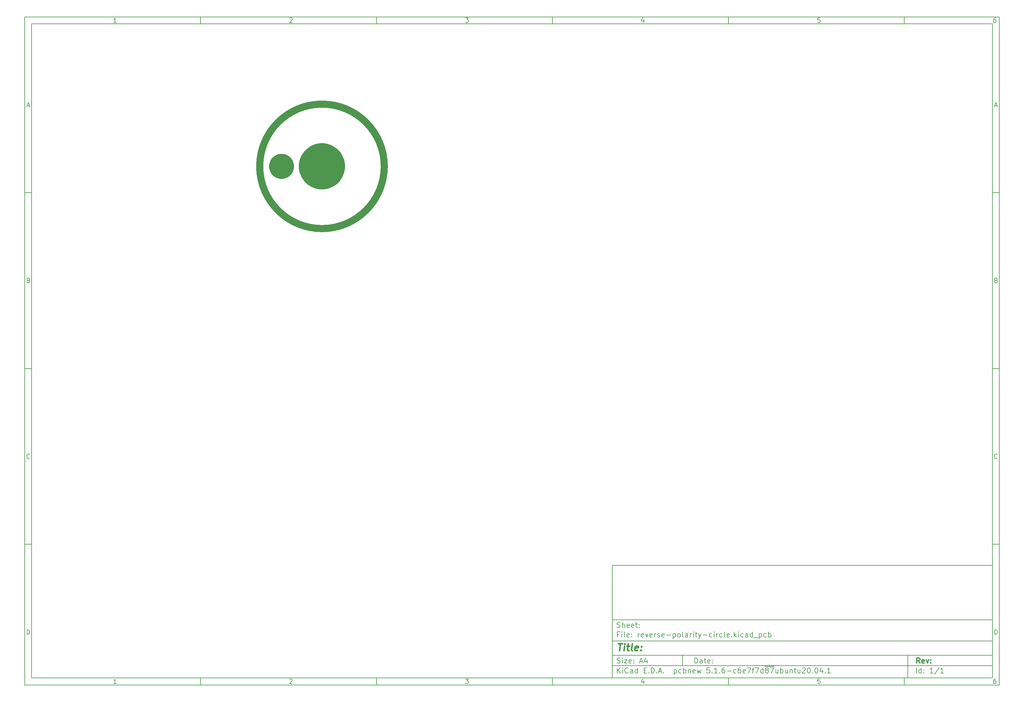
<source format=gbr>
G04 #@! TF.GenerationSoftware,KiCad,Pcbnew,5.1.6-c6e7f7d~87~ubuntu20.04.1*
G04 #@! TF.CreationDate,2020-08-14T09:14:16+02:00*
G04 #@! TF.ProjectId,reverse-polarity-circle,72657665-7273-4652-9d70-6f6c61726974,rev?*
G04 #@! TF.SameCoordinates,Original*
G04 #@! TF.FileFunction,Soldermask,Bot*
G04 #@! TF.FilePolarity,Negative*
%FSLAX46Y46*%
G04 Gerber Fmt 4.6, Leading zero omitted, Abs format (unit mm)*
G04 Created by KiCad (PCBNEW 5.1.6-c6e7f7d~87~ubuntu20.04.1) date 2020-08-14 09:14:16*
%MOMM*%
%LPD*%
G01*
G04 APERTURE LIST*
%ADD10C,0.100000*%
%ADD11C,0.150000*%
%ADD12C,0.300000*%
%ADD13C,0.400000*%
%ADD14C,2.000000*%
G04 APERTURE END LIST*
D10*
D11*
X177002200Y-166007200D02*
X177002200Y-198007200D01*
X285002200Y-198007200D01*
X285002200Y-166007200D01*
X177002200Y-166007200D01*
D10*
D11*
X10000000Y-10000000D02*
X10000000Y-200007200D01*
X287002200Y-200007200D01*
X287002200Y-10000000D01*
X10000000Y-10000000D01*
D10*
D11*
X12000000Y-12000000D02*
X12000000Y-198007200D01*
X285002200Y-198007200D01*
X285002200Y-12000000D01*
X12000000Y-12000000D01*
D10*
D11*
X60000000Y-12000000D02*
X60000000Y-10000000D01*
D10*
D11*
X110000000Y-12000000D02*
X110000000Y-10000000D01*
D10*
D11*
X160000000Y-12000000D02*
X160000000Y-10000000D01*
D10*
D11*
X210000000Y-12000000D02*
X210000000Y-10000000D01*
D10*
D11*
X260000000Y-12000000D02*
X260000000Y-10000000D01*
D10*
D11*
X36065476Y-11588095D02*
X35322619Y-11588095D01*
X35694047Y-11588095D02*
X35694047Y-10288095D01*
X35570238Y-10473809D01*
X35446428Y-10597619D01*
X35322619Y-10659523D01*
D10*
D11*
X85322619Y-10411904D02*
X85384523Y-10350000D01*
X85508333Y-10288095D01*
X85817857Y-10288095D01*
X85941666Y-10350000D01*
X86003571Y-10411904D01*
X86065476Y-10535714D01*
X86065476Y-10659523D01*
X86003571Y-10845238D01*
X85260714Y-11588095D01*
X86065476Y-11588095D01*
D10*
D11*
X135260714Y-10288095D02*
X136065476Y-10288095D01*
X135632142Y-10783333D01*
X135817857Y-10783333D01*
X135941666Y-10845238D01*
X136003571Y-10907142D01*
X136065476Y-11030952D01*
X136065476Y-11340476D01*
X136003571Y-11464285D01*
X135941666Y-11526190D01*
X135817857Y-11588095D01*
X135446428Y-11588095D01*
X135322619Y-11526190D01*
X135260714Y-11464285D01*
D10*
D11*
X185941666Y-10721428D02*
X185941666Y-11588095D01*
X185632142Y-10226190D02*
X185322619Y-11154761D01*
X186127380Y-11154761D01*
D10*
D11*
X236003571Y-10288095D02*
X235384523Y-10288095D01*
X235322619Y-10907142D01*
X235384523Y-10845238D01*
X235508333Y-10783333D01*
X235817857Y-10783333D01*
X235941666Y-10845238D01*
X236003571Y-10907142D01*
X236065476Y-11030952D01*
X236065476Y-11340476D01*
X236003571Y-11464285D01*
X235941666Y-11526190D01*
X235817857Y-11588095D01*
X235508333Y-11588095D01*
X235384523Y-11526190D01*
X235322619Y-11464285D01*
D10*
D11*
X285941666Y-10288095D02*
X285694047Y-10288095D01*
X285570238Y-10350000D01*
X285508333Y-10411904D01*
X285384523Y-10597619D01*
X285322619Y-10845238D01*
X285322619Y-11340476D01*
X285384523Y-11464285D01*
X285446428Y-11526190D01*
X285570238Y-11588095D01*
X285817857Y-11588095D01*
X285941666Y-11526190D01*
X286003571Y-11464285D01*
X286065476Y-11340476D01*
X286065476Y-11030952D01*
X286003571Y-10907142D01*
X285941666Y-10845238D01*
X285817857Y-10783333D01*
X285570238Y-10783333D01*
X285446428Y-10845238D01*
X285384523Y-10907142D01*
X285322619Y-11030952D01*
D10*
D11*
X60000000Y-198007200D02*
X60000000Y-200007200D01*
D10*
D11*
X110000000Y-198007200D02*
X110000000Y-200007200D01*
D10*
D11*
X160000000Y-198007200D02*
X160000000Y-200007200D01*
D10*
D11*
X210000000Y-198007200D02*
X210000000Y-200007200D01*
D10*
D11*
X260000000Y-198007200D02*
X260000000Y-200007200D01*
D10*
D11*
X36065476Y-199595295D02*
X35322619Y-199595295D01*
X35694047Y-199595295D02*
X35694047Y-198295295D01*
X35570238Y-198481009D01*
X35446428Y-198604819D01*
X35322619Y-198666723D01*
D10*
D11*
X85322619Y-198419104D02*
X85384523Y-198357200D01*
X85508333Y-198295295D01*
X85817857Y-198295295D01*
X85941666Y-198357200D01*
X86003571Y-198419104D01*
X86065476Y-198542914D01*
X86065476Y-198666723D01*
X86003571Y-198852438D01*
X85260714Y-199595295D01*
X86065476Y-199595295D01*
D10*
D11*
X135260714Y-198295295D02*
X136065476Y-198295295D01*
X135632142Y-198790533D01*
X135817857Y-198790533D01*
X135941666Y-198852438D01*
X136003571Y-198914342D01*
X136065476Y-199038152D01*
X136065476Y-199347676D01*
X136003571Y-199471485D01*
X135941666Y-199533390D01*
X135817857Y-199595295D01*
X135446428Y-199595295D01*
X135322619Y-199533390D01*
X135260714Y-199471485D01*
D10*
D11*
X185941666Y-198728628D02*
X185941666Y-199595295D01*
X185632142Y-198233390D02*
X185322619Y-199161961D01*
X186127380Y-199161961D01*
D10*
D11*
X236003571Y-198295295D02*
X235384523Y-198295295D01*
X235322619Y-198914342D01*
X235384523Y-198852438D01*
X235508333Y-198790533D01*
X235817857Y-198790533D01*
X235941666Y-198852438D01*
X236003571Y-198914342D01*
X236065476Y-199038152D01*
X236065476Y-199347676D01*
X236003571Y-199471485D01*
X235941666Y-199533390D01*
X235817857Y-199595295D01*
X235508333Y-199595295D01*
X235384523Y-199533390D01*
X235322619Y-199471485D01*
D10*
D11*
X285941666Y-198295295D02*
X285694047Y-198295295D01*
X285570238Y-198357200D01*
X285508333Y-198419104D01*
X285384523Y-198604819D01*
X285322619Y-198852438D01*
X285322619Y-199347676D01*
X285384523Y-199471485D01*
X285446428Y-199533390D01*
X285570238Y-199595295D01*
X285817857Y-199595295D01*
X285941666Y-199533390D01*
X286003571Y-199471485D01*
X286065476Y-199347676D01*
X286065476Y-199038152D01*
X286003571Y-198914342D01*
X285941666Y-198852438D01*
X285817857Y-198790533D01*
X285570238Y-198790533D01*
X285446428Y-198852438D01*
X285384523Y-198914342D01*
X285322619Y-199038152D01*
D10*
D11*
X10000000Y-60000000D02*
X12000000Y-60000000D01*
D10*
D11*
X10000000Y-110000000D02*
X12000000Y-110000000D01*
D10*
D11*
X10000000Y-160000000D02*
X12000000Y-160000000D01*
D10*
D11*
X10690476Y-35216666D02*
X11309523Y-35216666D01*
X10566666Y-35588095D02*
X11000000Y-34288095D01*
X11433333Y-35588095D01*
D10*
D11*
X11092857Y-84907142D02*
X11278571Y-84969047D01*
X11340476Y-85030952D01*
X11402380Y-85154761D01*
X11402380Y-85340476D01*
X11340476Y-85464285D01*
X11278571Y-85526190D01*
X11154761Y-85588095D01*
X10659523Y-85588095D01*
X10659523Y-84288095D01*
X11092857Y-84288095D01*
X11216666Y-84350000D01*
X11278571Y-84411904D01*
X11340476Y-84535714D01*
X11340476Y-84659523D01*
X11278571Y-84783333D01*
X11216666Y-84845238D01*
X11092857Y-84907142D01*
X10659523Y-84907142D01*
D10*
D11*
X11402380Y-135464285D02*
X11340476Y-135526190D01*
X11154761Y-135588095D01*
X11030952Y-135588095D01*
X10845238Y-135526190D01*
X10721428Y-135402380D01*
X10659523Y-135278571D01*
X10597619Y-135030952D01*
X10597619Y-134845238D01*
X10659523Y-134597619D01*
X10721428Y-134473809D01*
X10845238Y-134350000D01*
X11030952Y-134288095D01*
X11154761Y-134288095D01*
X11340476Y-134350000D01*
X11402380Y-134411904D01*
D10*
D11*
X10659523Y-185588095D02*
X10659523Y-184288095D01*
X10969047Y-184288095D01*
X11154761Y-184350000D01*
X11278571Y-184473809D01*
X11340476Y-184597619D01*
X11402380Y-184845238D01*
X11402380Y-185030952D01*
X11340476Y-185278571D01*
X11278571Y-185402380D01*
X11154761Y-185526190D01*
X10969047Y-185588095D01*
X10659523Y-185588095D01*
D10*
D11*
X287002200Y-60000000D02*
X285002200Y-60000000D01*
D10*
D11*
X287002200Y-110000000D02*
X285002200Y-110000000D01*
D10*
D11*
X287002200Y-160000000D02*
X285002200Y-160000000D01*
D10*
D11*
X285692676Y-35216666D02*
X286311723Y-35216666D01*
X285568866Y-35588095D02*
X286002200Y-34288095D01*
X286435533Y-35588095D01*
D10*
D11*
X286095057Y-84907142D02*
X286280771Y-84969047D01*
X286342676Y-85030952D01*
X286404580Y-85154761D01*
X286404580Y-85340476D01*
X286342676Y-85464285D01*
X286280771Y-85526190D01*
X286156961Y-85588095D01*
X285661723Y-85588095D01*
X285661723Y-84288095D01*
X286095057Y-84288095D01*
X286218866Y-84350000D01*
X286280771Y-84411904D01*
X286342676Y-84535714D01*
X286342676Y-84659523D01*
X286280771Y-84783333D01*
X286218866Y-84845238D01*
X286095057Y-84907142D01*
X285661723Y-84907142D01*
D10*
D11*
X286404580Y-135464285D02*
X286342676Y-135526190D01*
X286156961Y-135588095D01*
X286033152Y-135588095D01*
X285847438Y-135526190D01*
X285723628Y-135402380D01*
X285661723Y-135278571D01*
X285599819Y-135030952D01*
X285599819Y-134845238D01*
X285661723Y-134597619D01*
X285723628Y-134473809D01*
X285847438Y-134350000D01*
X286033152Y-134288095D01*
X286156961Y-134288095D01*
X286342676Y-134350000D01*
X286404580Y-134411904D01*
D10*
D11*
X285661723Y-185588095D02*
X285661723Y-184288095D01*
X285971247Y-184288095D01*
X286156961Y-184350000D01*
X286280771Y-184473809D01*
X286342676Y-184597619D01*
X286404580Y-184845238D01*
X286404580Y-185030952D01*
X286342676Y-185278571D01*
X286280771Y-185402380D01*
X286156961Y-185526190D01*
X285971247Y-185588095D01*
X285661723Y-185588095D01*
D10*
D11*
X200434342Y-193785771D02*
X200434342Y-192285771D01*
X200791485Y-192285771D01*
X201005771Y-192357200D01*
X201148628Y-192500057D01*
X201220057Y-192642914D01*
X201291485Y-192928628D01*
X201291485Y-193142914D01*
X201220057Y-193428628D01*
X201148628Y-193571485D01*
X201005771Y-193714342D01*
X200791485Y-193785771D01*
X200434342Y-193785771D01*
X202577200Y-193785771D02*
X202577200Y-193000057D01*
X202505771Y-192857200D01*
X202362914Y-192785771D01*
X202077200Y-192785771D01*
X201934342Y-192857200D01*
X202577200Y-193714342D02*
X202434342Y-193785771D01*
X202077200Y-193785771D01*
X201934342Y-193714342D01*
X201862914Y-193571485D01*
X201862914Y-193428628D01*
X201934342Y-193285771D01*
X202077200Y-193214342D01*
X202434342Y-193214342D01*
X202577200Y-193142914D01*
X203077200Y-192785771D02*
X203648628Y-192785771D01*
X203291485Y-192285771D02*
X203291485Y-193571485D01*
X203362914Y-193714342D01*
X203505771Y-193785771D01*
X203648628Y-193785771D01*
X204720057Y-193714342D02*
X204577200Y-193785771D01*
X204291485Y-193785771D01*
X204148628Y-193714342D01*
X204077200Y-193571485D01*
X204077200Y-193000057D01*
X204148628Y-192857200D01*
X204291485Y-192785771D01*
X204577200Y-192785771D01*
X204720057Y-192857200D01*
X204791485Y-193000057D01*
X204791485Y-193142914D01*
X204077200Y-193285771D01*
X205434342Y-193642914D02*
X205505771Y-193714342D01*
X205434342Y-193785771D01*
X205362914Y-193714342D01*
X205434342Y-193642914D01*
X205434342Y-193785771D01*
X205434342Y-192857200D02*
X205505771Y-192928628D01*
X205434342Y-193000057D01*
X205362914Y-192928628D01*
X205434342Y-192857200D01*
X205434342Y-193000057D01*
D10*
D11*
X177002200Y-194507200D02*
X285002200Y-194507200D01*
D10*
D11*
X178434342Y-196585771D02*
X178434342Y-195085771D01*
X179291485Y-196585771D02*
X178648628Y-195728628D01*
X179291485Y-195085771D02*
X178434342Y-195942914D01*
X179934342Y-196585771D02*
X179934342Y-195585771D01*
X179934342Y-195085771D02*
X179862914Y-195157200D01*
X179934342Y-195228628D01*
X180005771Y-195157200D01*
X179934342Y-195085771D01*
X179934342Y-195228628D01*
X181505771Y-196442914D02*
X181434342Y-196514342D01*
X181220057Y-196585771D01*
X181077200Y-196585771D01*
X180862914Y-196514342D01*
X180720057Y-196371485D01*
X180648628Y-196228628D01*
X180577200Y-195942914D01*
X180577200Y-195728628D01*
X180648628Y-195442914D01*
X180720057Y-195300057D01*
X180862914Y-195157200D01*
X181077200Y-195085771D01*
X181220057Y-195085771D01*
X181434342Y-195157200D01*
X181505771Y-195228628D01*
X182791485Y-196585771D02*
X182791485Y-195800057D01*
X182720057Y-195657200D01*
X182577200Y-195585771D01*
X182291485Y-195585771D01*
X182148628Y-195657200D01*
X182791485Y-196514342D02*
X182648628Y-196585771D01*
X182291485Y-196585771D01*
X182148628Y-196514342D01*
X182077200Y-196371485D01*
X182077200Y-196228628D01*
X182148628Y-196085771D01*
X182291485Y-196014342D01*
X182648628Y-196014342D01*
X182791485Y-195942914D01*
X184148628Y-196585771D02*
X184148628Y-195085771D01*
X184148628Y-196514342D02*
X184005771Y-196585771D01*
X183720057Y-196585771D01*
X183577200Y-196514342D01*
X183505771Y-196442914D01*
X183434342Y-196300057D01*
X183434342Y-195871485D01*
X183505771Y-195728628D01*
X183577200Y-195657200D01*
X183720057Y-195585771D01*
X184005771Y-195585771D01*
X184148628Y-195657200D01*
X186005771Y-195800057D02*
X186505771Y-195800057D01*
X186720057Y-196585771D02*
X186005771Y-196585771D01*
X186005771Y-195085771D01*
X186720057Y-195085771D01*
X187362914Y-196442914D02*
X187434342Y-196514342D01*
X187362914Y-196585771D01*
X187291485Y-196514342D01*
X187362914Y-196442914D01*
X187362914Y-196585771D01*
X188077200Y-196585771D02*
X188077200Y-195085771D01*
X188434342Y-195085771D01*
X188648628Y-195157200D01*
X188791485Y-195300057D01*
X188862914Y-195442914D01*
X188934342Y-195728628D01*
X188934342Y-195942914D01*
X188862914Y-196228628D01*
X188791485Y-196371485D01*
X188648628Y-196514342D01*
X188434342Y-196585771D01*
X188077200Y-196585771D01*
X189577200Y-196442914D02*
X189648628Y-196514342D01*
X189577200Y-196585771D01*
X189505771Y-196514342D01*
X189577200Y-196442914D01*
X189577200Y-196585771D01*
X190220057Y-196157200D02*
X190934342Y-196157200D01*
X190077200Y-196585771D02*
X190577200Y-195085771D01*
X191077200Y-196585771D01*
X191577200Y-196442914D02*
X191648628Y-196514342D01*
X191577200Y-196585771D01*
X191505771Y-196514342D01*
X191577200Y-196442914D01*
X191577200Y-196585771D01*
X194577200Y-195585771D02*
X194577200Y-197085771D01*
X194577200Y-195657200D02*
X194720057Y-195585771D01*
X195005771Y-195585771D01*
X195148628Y-195657200D01*
X195220057Y-195728628D01*
X195291485Y-195871485D01*
X195291485Y-196300057D01*
X195220057Y-196442914D01*
X195148628Y-196514342D01*
X195005771Y-196585771D01*
X194720057Y-196585771D01*
X194577200Y-196514342D01*
X196577200Y-196514342D02*
X196434342Y-196585771D01*
X196148628Y-196585771D01*
X196005771Y-196514342D01*
X195934342Y-196442914D01*
X195862914Y-196300057D01*
X195862914Y-195871485D01*
X195934342Y-195728628D01*
X196005771Y-195657200D01*
X196148628Y-195585771D01*
X196434342Y-195585771D01*
X196577200Y-195657200D01*
X197220057Y-196585771D02*
X197220057Y-195085771D01*
X197220057Y-195657200D02*
X197362914Y-195585771D01*
X197648628Y-195585771D01*
X197791485Y-195657200D01*
X197862914Y-195728628D01*
X197934342Y-195871485D01*
X197934342Y-196300057D01*
X197862914Y-196442914D01*
X197791485Y-196514342D01*
X197648628Y-196585771D01*
X197362914Y-196585771D01*
X197220057Y-196514342D01*
X198577200Y-195585771D02*
X198577200Y-196585771D01*
X198577200Y-195728628D02*
X198648628Y-195657200D01*
X198791485Y-195585771D01*
X199005771Y-195585771D01*
X199148628Y-195657200D01*
X199220057Y-195800057D01*
X199220057Y-196585771D01*
X200505771Y-196514342D02*
X200362914Y-196585771D01*
X200077200Y-196585771D01*
X199934342Y-196514342D01*
X199862914Y-196371485D01*
X199862914Y-195800057D01*
X199934342Y-195657200D01*
X200077200Y-195585771D01*
X200362914Y-195585771D01*
X200505771Y-195657200D01*
X200577200Y-195800057D01*
X200577200Y-195942914D01*
X199862914Y-196085771D01*
X201077200Y-195585771D02*
X201362914Y-196585771D01*
X201648628Y-195871485D01*
X201934342Y-196585771D01*
X202220057Y-195585771D01*
X204648628Y-195085771D02*
X203934342Y-195085771D01*
X203862914Y-195800057D01*
X203934342Y-195728628D01*
X204077200Y-195657200D01*
X204434342Y-195657200D01*
X204577200Y-195728628D01*
X204648628Y-195800057D01*
X204720057Y-195942914D01*
X204720057Y-196300057D01*
X204648628Y-196442914D01*
X204577200Y-196514342D01*
X204434342Y-196585771D01*
X204077200Y-196585771D01*
X203934342Y-196514342D01*
X203862914Y-196442914D01*
X205362914Y-196442914D02*
X205434342Y-196514342D01*
X205362914Y-196585771D01*
X205291485Y-196514342D01*
X205362914Y-196442914D01*
X205362914Y-196585771D01*
X206862914Y-196585771D02*
X206005771Y-196585771D01*
X206434342Y-196585771D02*
X206434342Y-195085771D01*
X206291485Y-195300057D01*
X206148628Y-195442914D01*
X206005771Y-195514342D01*
X207505771Y-196442914D02*
X207577200Y-196514342D01*
X207505771Y-196585771D01*
X207434342Y-196514342D01*
X207505771Y-196442914D01*
X207505771Y-196585771D01*
X208862914Y-195085771D02*
X208577200Y-195085771D01*
X208434342Y-195157200D01*
X208362914Y-195228628D01*
X208220057Y-195442914D01*
X208148628Y-195728628D01*
X208148628Y-196300057D01*
X208220057Y-196442914D01*
X208291485Y-196514342D01*
X208434342Y-196585771D01*
X208720057Y-196585771D01*
X208862914Y-196514342D01*
X208934342Y-196442914D01*
X209005771Y-196300057D01*
X209005771Y-195942914D01*
X208934342Y-195800057D01*
X208862914Y-195728628D01*
X208720057Y-195657200D01*
X208434342Y-195657200D01*
X208291485Y-195728628D01*
X208220057Y-195800057D01*
X208148628Y-195942914D01*
X209648628Y-196014342D02*
X210791485Y-196014342D01*
X212148628Y-196514342D02*
X212005771Y-196585771D01*
X211720057Y-196585771D01*
X211577200Y-196514342D01*
X211505771Y-196442914D01*
X211434342Y-196300057D01*
X211434342Y-195871485D01*
X211505771Y-195728628D01*
X211577200Y-195657200D01*
X211720057Y-195585771D01*
X212005771Y-195585771D01*
X212148628Y-195657200D01*
X213434342Y-195085771D02*
X213148628Y-195085771D01*
X213005771Y-195157200D01*
X212934342Y-195228628D01*
X212791485Y-195442914D01*
X212720057Y-195728628D01*
X212720057Y-196300057D01*
X212791485Y-196442914D01*
X212862914Y-196514342D01*
X213005771Y-196585771D01*
X213291485Y-196585771D01*
X213434342Y-196514342D01*
X213505771Y-196442914D01*
X213577200Y-196300057D01*
X213577200Y-195942914D01*
X213505771Y-195800057D01*
X213434342Y-195728628D01*
X213291485Y-195657200D01*
X213005771Y-195657200D01*
X212862914Y-195728628D01*
X212791485Y-195800057D01*
X212720057Y-195942914D01*
X214791485Y-196514342D02*
X214648628Y-196585771D01*
X214362914Y-196585771D01*
X214220057Y-196514342D01*
X214148628Y-196371485D01*
X214148628Y-195800057D01*
X214220057Y-195657200D01*
X214362914Y-195585771D01*
X214648628Y-195585771D01*
X214791485Y-195657200D01*
X214862914Y-195800057D01*
X214862914Y-195942914D01*
X214148628Y-196085771D01*
X215362914Y-195085771D02*
X216362914Y-195085771D01*
X215720057Y-196585771D01*
X216720057Y-195585771D02*
X217291485Y-195585771D01*
X216934342Y-196585771D02*
X216934342Y-195300057D01*
X217005771Y-195157200D01*
X217148628Y-195085771D01*
X217291485Y-195085771D01*
X217648628Y-195085771D02*
X218648628Y-195085771D01*
X218005771Y-196585771D01*
X219862914Y-196585771D02*
X219862914Y-195085771D01*
X219862914Y-196514342D02*
X219720057Y-196585771D01*
X219434342Y-196585771D01*
X219291485Y-196514342D01*
X219220057Y-196442914D01*
X219148628Y-196300057D01*
X219148628Y-195871485D01*
X219220057Y-195728628D01*
X219291485Y-195657200D01*
X219434342Y-195585771D01*
X219720057Y-195585771D01*
X219862914Y-195657200D01*
X220220057Y-194677200D02*
X221648628Y-194677200D01*
X220791485Y-195728628D02*
X220648628Y-195657200D01*
X220577200Y-195585771D01*
X220505771Y-195442914D01*
X220505771Y-195371485D01*
X220577200Y-195228628D01*
X220648628Y-195157200D01*
X220791485Y-195085771D01*
X221077200Y-195085771D01*
X221220057Y-195157200D01*
X221291485Y-195228628D01*
X221362914Y-195371485D01*
X221362914Y-195442914D01*
X221291485Y-195585771D01*
X221220057Y-195657200D01*
X221077200Y-195728628D01*
X220791485Y-195728628D01*
X220648628Y-195800057D01*
X220577200Y-195871485D01*
X220505771Y-196014342D01*
X220505771Y-196300057D01*
X220577200Y-196442914D01*
X220648628Y-196514342D01*
X220791485Y-196585771D01*
X221077200Y-196585771D01*
X221220057Y-196514342D01*
X221291485Y-196442914D01*
X221362914Y-196300057D01*
X221362914Y-196014342D01*
X221291485Y-195871485D01*
X221220057Y-195800057D01*
X221077200Y-195728628D01*
X221648628Y-194677200D02*
X223077200Y-194677200D01*
X221862914Y-195085771D02*
X222862914Y-195085771D01*
X222220057Y-196585771D01*
X224077200Y-195585771D02*
X224077200Y-196585771D01*
X223434342Y-195585771D02*
X223434342Y-196371485D01*
X223505771Y-196514342D01*
X223648628Y-196585771D01*
X223862914Y-196585771D01*
X224005771Y-196514342D01*
X224077200Y-196442914D01*
X224791485Y-196585771D02*
X224791485Y-195085771D01*
X224791485Y-195657200D02*
X224934342Y-195585771D01*
X225220057Y-195585771D01*
X225362914Y-195657200D01*
X225434342Y-195728628D01*
X225505771Y-195871485D01*
X225505771Y-196300057D01*
X225434342Y-196442914D01*
X225362914Y-196514342D01*
X225220057Y-196585771D01*
X224934342Y-196585771D01*
X224791485Y-196514342D01*
X226791485Y-195585771D02*
X226791485Y-196585771D01*
X226148628Y-195585771D02*
X226148628Y-196371485D01*
X226220057Y-196514342D01*
X226362914Y-196585771D01*
X226577200Y-196585771D01*
X226720057Y-196514342D01*
X226791485Y-196442914D01*
X227505771Y-195585771D02*
X227505771Y-196585771D01*
X227505771Y-195728628D02*
X227577200Y-195657200D01*
X227720057Y-195585771D01*
X227934342Y-195585771D01*
X228077200Y-195657200D01*
X228148628Y-195800057D01*
X228148628Y-196585771D01*
X228648628Y-195585771D02*
X229220057Y-195585771D01*
X228862914Y-195085771D02*
X228862914Y-196371485D01*
X228934342Y-196514342D01*
X229077200Y-196585771D01*
X229220057Y-196585771D01*
X230362914Y-195585771D02*
X230362914Y-196585771D01*
X229720057Y-195585771D02*
X229720057Y-196371485D01*
X229791485Y-196514342D01*
X229934342Y-196585771D01*
X230148628Y-196585771D01*
X230291485Y-196514342D01*
X230362914Y-196442914D01*
X231005771Y-195228628D02*
X231077200Y-195157200D01*
X231220057Y-195085771D01*
X231577200Y-195085771D01*
X231720057Y-195157200D01*
X231791485Y-195228628D01*
X231862914Y-195371485D01*
X231862914Y-195514342D01*
X231791485Y-195728628D01*
X230934342Y-196585771D01*
X231862914Y-196585771D01*
X232791485Y-195085771D02*
X232934342Y-195085771D01*
X233077200Y-195157200D01*
X233148628Y-195228628D01*
X233220057Y-195371485D01*
X233291485Y-195657200D01*
X233291485Y-196014342D01*
X233220057Y-196300057D01*
X233148628Y-196442914D01*
X233077200Y-196514342D01*
X232934342Y-196585771D01*
X232791485Y-196585771D01*
X232648628Y-196514342D01*
X232577200Y-196442914D01*
X232505771Y-196300057D01*
X232434342Y-196014342D01*
X232434342Y-195657200D01*
X232505771Y-195371485D01*
X232577200Y-195228628D01*
X232648628Y-195157200D01*
X232791485Y-195085771D01*
X233934342Y-196442914D02*
X234005771Y-196514342D01*
X233934342Y-196585771D01*
X233862914Y-196514342D01*
X233934342Y-196442914D01*
X233934342Y-196585771D01*
X234934342Y-195085771D02*
X235077200Y-195085771D01*
X235220057Y-195157200D01*
X235291485Y-195228628D01*
X235362914Y-195371485D01*
X235434342Y-195657200D01*
X235434342Y-196014342D01*
X235362914Y-196300057D01*
X235291485Y-196442914D01*
X235220057Y-196514342D01*
X235077200Y-196585771D01*
X234934342Y-196585771D01*
X234791485Y-196514342D01*
X234720057Y-196442914D01*
X234648628Y-196300057D01*
X234577200Y-196014342D01*
X234577200Y-195657200D01*
X234648628Y-195371485D01*
X234720057Y-195228628D01*
X234791485Y-195157200D01*
X234934342Y-195085771D01*
X236720057Y-195585771D02*
X236720057Y-196585771D01*
X236362914Y-195014342D02*
X236005771Y-196085771D01*
X236934342Y-196085771D01*
X237505771Y-196442914D02*
X237577199Y-196514342D01*
X237505771Y-196585771D01*
X237434342Y-196514342D01*
X237505771Y-196442914D01*
X237505771Y-196585771D01*
X239005771Y-196585771D02*
X238148628Y-196585771D01*
X238577200Y-196585771D02*
X238577200Y-195085771D01*
X238434342Y-195300057D01*
X238291485Y-195442914D01*
X238148628Y-195514342D01*
D10*
D11*
X177002200Y-191507200D02*
X285002200Y-191507200D01*
D10*
D12*
X264411485Y-193785771D02*
X263911485Y-193071485D01*
X263554342Y-193785771D02*
X263554342Y-192285771D01*
X264125771Y-192285771D01*
X264268628Y-192357200D01*
X264340057Y-192428628D01*
X264411485Y-192571485D01*
X264411485Y-192785771D01*
X264340057Y-192928628D01*
X264268628Y-193000057D01*
X264125771Y-193071485D01*
X263554342Y-193071485D01*
X265625771Y-193714342D02*
X265482914Y-193785771D01*
X265197200Y-193785771D01*
X265054342Y-193714342D01*
X264982914Y-193571485D01*
X264982914Y-193000057D01*
X265054342Y-192857200D01*
X265197200Y-192785771D01*
X265482914Y-192785771D01*
X265625771Y-192857200D01*
X265697200Y-193000057D01*
X265697200Y-193142914D01*
X264982914Y-193285771D01*
X266197200Y-192785771D02*
X266554342Y-193785771D01*
X266911485Y-192785771D01*
X267482914Y-193642914D02*
X267554342Y-193714342D01*
X267482914Y-193785771D01*
X267411485Y-193714342D01*
X267482914Y-193642914D01*
X267482914Y-193785771D01*
X267482914Y-192857200D02*
X267554342Y-192928628D01*
X267482914Y-193000057D01*
X267411485Y-192928628D01*
X267482914Y-192857200D01*
X267482914Y-193000057D01*
D10*
D11*
X178362914Y-193714342D02*
X178577200Y-193785771D01*
X178934342Y-193785771D01*
X179077200Y-193714342D01*
X179148628Y-193642914D01*
X179220057Y-193500057D01*
X179220057Y-193357200D01*
X179148628Y-193214342D01*
X179077200Y-193142914D01*
X178934342Y-193071485D01*
X178648628Y-193000057D01*
X178505771Y-192928628D01*
X178434342Y-192857200D01*
X178362914Y-192714342D01*
X178362914Y-192571485D01*
X178434342Y-192428628D01*
X178505771Y-192357200D01*
X178648628Y-192285771D01*
X179005771Y-192285771D01*
X179220057Y-192357200D01*
X179862914Y-193785771D02*
X179862914Y-192785771D01*
X179862914Y-192285771D02*
X179791485Y-192357200D01*
X179862914Y-192428628D01*
X179934342Y-192357200D01*
X179862914Y-192285771D01*
X179862914Y-192428628D01*
X180434342Y-192785771D02*
X181220057Y-192785771D01*
X180434342Y-193785771D01*
X181220057Y-193785771D01*
X182362914Y-193714342D02*
X182220057Y-193785771D01*
X181934342Y-193785771D01*
X181791485Y-193714342D01*
X181720057Y-193571485D01*
X181720057Y-193000057D01*
X181791485Y-192857200D01*
X181934342Y-192785771D01*
X182220057Y-192785771D01*
X182362914Y-192857200D01*
X182434342Y-193000057D01*
X182434342Y-193142914D01*
X181720057Y-193285771D01*
X183077200Y-193642914D02*
X183148628Y-193714342D01*
X183077200Y-193785771D01*
X183005771Y-193714342D01*
X183077200Y-193642914D01*
X183077200Y-193785771D01*
X183077200Y-192857200D02*
X183148628Y-192928628D01*
X183077200Y-193000057D01*
X183005771Y-192928628D01*
X183077200Y-192857200D01*
X183077200Y-193000057D01*
X184862914Y-193357200D02*
X185577200Y-193357200D01*
X184720057Y-193785771D02*
X185220057Y-192285771D01*
X185720057Y-193785771D01*
X186862914Y-192785771D02*
X186862914Y-193785771D01*
X186505771Y-192214342D02*
X186148628Y-193285771D01*
X187077200Y-193285771D01*
D10*
D11*
X263434342Y-196585771D02*
X263434342Y-195085771D01*
X264791485Y-196585771D02*
X264791485Y-195085771D01*
X264791485Y-196514342D02*
X264648628Y-196585771D01*
X264362914Y-196585771D01*
X264220057Y-196514342D01*
X264148628Y-196442914D01*
X264077200Y-196300057D01*
X264077200Y-195871485D01*
X264148628Y-195728628D01*
X264220057Y-195657200D01*
X264362914Y-195585771D01*
X264648628Y-195585771D01*
X264791485Y-195657200D01*
X265505771Y-196442914D02*
X265577200Y-196514342D01*
X265505771Y-196585771D01*
X265434342Y-196514342D01*
X265505771Y-196442914D01*
X265505771Y-196585771D01*
X265505771Y-195657200D02*
X265577200Y-195728628D01*
X265505771Y-195800057D01*
X265434342Y-195728628D01*
X265505771Y-195657200D01*
X265505771Y-195800057D01*
X268148628Y-196585771D02*
X267291485Y-196585771D01*
X267720057Y-196585771D02*
X267720057Y-195085771D01*
X267577200Y-195300057D01*
X267434342Y-195442914D01*
X267291485Y-195514342D01*
X269862914Y-195014342D02*
X268577200Y-196942914D01*
X271148628Y-196585771D02*
X270291485Y-196585771D01*
X270720057Y-196585771D02*
X270720057Y-195085771D01*
X270577200Y-195300057D01*
X270434342Y-195442914D01*
X270291485Y-195514342D01*
D10*
D11*
X177002200Y-187507200D02*
X285002200Y-187507200D01*
D10*
D13*
X178714580Y-188211961D02*
X179857438Y-188211961D01*
X179036009Y-190211961D02*
X179286009Y-188211961D01*
X180274104Y-190211961D02*
X180440771Y-188878628D01*
X180524104Y-188211961D02*
X180416961Y-188307200D01*
X180500295Y-188402438D01*
X180607438Y-188307200D01*
X180524104Y-188211961D01*
X180500295Y-188402438D01*
X181107438Y-188878628D02*
X181869342Y-188878628D01*
X181476485Y-188211961D02*
X181262200Y-189926247D01*
X181333628Y-190116723D01*
X181512200Y-190211961D01*
X181702676Y-190211961D01*
X182655057Y-190211961D02*
X182476485Y-190116723D01*
X182405057Y-189926247D01*
X182619342Y-188211961D01*
X184190771Y-190116723D02*
X183988390Y-190211961D01*
X183607438Y-190211961D01*
X183428866Y-190116723D01*
X183357438Y-189926247D01*
X183452676Y-189164342D01*
X183571723Y-188973866D01*
X183774104Y-188878628D01*
X184155057Y-188878628D01*
X184333628Y-188973866D01*
X184405057Y-189164342D01*
X184381247Y-189354819D01*
X183405057Y-189545295D01*
X185155057Y-190021485D02*
X185238390Y-190116723D01*
X185131247Y-190211961D01*
X185047914Y-190116723D01*
X185155057Y-190021485D01*
X185131247Y-190211961D01*
X185286009Y-188973866D02*
X185369342Y-189069104D01*
X185262200Y-189164342D01*
X185178866Y-189069104D01*
X185286009Y-188973866D01*
X185262200Y-189164342D01*
D10*
D11*
X178934342Y-185600057D02*
X178434342Y-185600057D01*
X178434342Y-186385771D02*
X178434342Y-184885771D01*
X179148628Y-184885771D01*
X179720057Y-186385771D02*
X179720057Y-185385771D01*
X179720057Y-184885771D02*
X179648628Y-184957200D01*
X179720057Y-185028628D01*
X179791485Y-184957200D01*
X179720057Y-184885771D01*
X179720057Y-185028628D01*
X180648628Y-186385771D02*
X180505771Y-186314342D01*
X180434342Y-186171485D01*
X180434342Y-184885771D01*
X181791485Y-186314342D02*
X181648628Y-186385771D01*
X181362914Y-186385771D01*
X181220057Y-186314342D01*
X181148628Y-186171485D01*
X181148628Y-185600057D01*
X181220057Y-185457200D01*
X181362914Y-185385771D01*
X181648628Y-185385771D01*
X181791485Y-185457200D01*
X181862914Y-185600057D01*
X181862914Y-185742914D01*
X181148628Y-185885771D01*
X182505771Y-186242914D02*
X182577200Y-186314342D01*
X182505771Y-186385771D01*
X182434342Y-186314342D01*
X182505771Y-186242914D01*
X182505771Y-186385771D01*
X182505771Y-185457200D02*
X182577200Y-185528628D01*
X182505771Y-185600057D01*
X182434342Y-185528628D01*
X182505771Y-185457200D01*
X182505771Y-185600057D01*
X184362914Y-186385771D02*
X184362914Y-185385771D01*
X184362914Y-185671485D02*
X184434342Y-185528628D01*
X184505771Y-185457200D01*
X184648628Y-185385771D01*
X184791485Y-185385771D01*
X185862914Y-186314342D02*
X185720057Y-186385771D01*
X185434342Y-186385771D01*
X185291485Y-186314342D01*
X185220057Y-186171485D01*
X185220057Y-185600057D01*
X185291485Y-185457200D01*
X185434342Y-185385771D01*
X185720057Y-185385771D01*
X185862914Y-185457200D01*
X185934342Y-185600057D01*
X185934342Y-185742914D01*
X185220057Y-185885771D01*
X186434342Y-185385771D02*
X186791485Y-186385771D01*
X187148628Y-185385771D01*
X188291485Y-186314342D02*
X188148628Y-186385771D01*
X187862914Y-186385771D01*
X187720057Y-186314342D01*
X187648628Y-186171485D01*
X187648628Y-185600057D01*
X187720057Y-185457200D01*
X187862914Y-185385771D01*
X188148628Y-185385771D01*
X188291485Y-185457200D01*
X188362914Y-185600057D01*
X188362914Y-185742914D01*
X187648628Y-185885771D01*
X189005771Y-186385771D02*
X189005771Y-185385771D01*
X189005771Y-185671485D02*
X189077200Y-185528628D01*
X189148628Y-185457200D01*
X189291485Y-185385771D01*
X189434342Y-185385771D01*
X189862914Y-186314342D02*
X190005771Y-186385771D01*
X190291485Y-186385771D01*
X190434342Y-186314342D01*
X190505771Y-186171485D01*
X190505771Y-186100057D01*
X190434342Y-185957200D01*
X190291485Y-185885771D01*
X190077200Y-185885771D01*
X189934342Y-185814342D01*
X189862914Y-185671485D01*
X189862914Y-185600057D01*
X189934342Y-185457200D01*
X190077200Y-185385771D01*
X190291485Y-185385771D01*
X190434342Y-185457200D01*
X191720057Y-186314342D02*
X191577200Y-186385771D01*
X191291485Y-186385771D01*
X191148628Y-186314342D01*
X191077200Y-186171485D01*
X191077200Y-185600057D01*
X191148628Y-185457200D01*
X191291485Y-185385771D01*
X191577200Y-185385771D01*
X191720057Y-185457200D01*
X191791485Y-185600057D01*
X191791485Y-185742914D01*
X191077200Y-185885771D01*
X192434342Y-185814342D02*
X193577200Y-185814342D01*
X194291485Y-185385771D02*
X194291485Y-186885771D01*
X194291485Y-185457200D02*
X194434342Y-185385771D01*
X194720057Y-185385771D01*
X194862914Y-185457200D01*
X194934342Y-185528628D01*
X195005771Y-185671485D01*
X195005771Y-186100057D01*
X194934342Y-186242914D01*
X194862914Y-186314342D01*
X194720057Y-186385771D01*
X194434342Y-186385771D01*
X194291485Y-186314342D01*
X195862914Y-186385771D02*
X195720057Y-186314342D01*
X195648628Y-186242914D01*
X195577200Y-186100057D01*
X195577200Y-185671485D01*
X195648628Y-185528628D01*
X195720057Y-185457200D01*
X195862914Y-185385771D01*
X196077200Y-185385771D01*
X196220057Y-185457200D01*
X196291485Y-185528628D01*
X196362914Y-185671485D01*
X196362914Y-186100057D01*
X196291485Y-186242914D01*
X196220057Y-186314342D01*
X196077200Y-186385771D01*
X195862914Y-186385771D01*
X197220057Y-186385771D02*
X197077200Y-186314342D01*
X197005771Y-186171485D01*
X197005771Y-184885771D01*
X198434342Y-186385771D02*
X198434342Y-185600057D01*
X198362914Y-185457200D01*
X198220057Y-185385771D01*
X197934342Y-185385771D01*
X197791485Y-185457200D01*
X198434342Y-186314342D02*
X198291485Y-186385771D01*
X197934342Y-186385771D01*
X197791485Y-186314342D01*
X197720057Y-186171485D01*
X197720057Y-186028628D01*
X197791485Y-185885771D01*
X197934342Y-185814342D01*
X198291485Y-185814342D01*
X198434342Y-185742914D01*
X199148628Y-186385771D02*
X199148628Y-185385771D01*
X199148628Y-185671485D02*
X199220057Y-185528628D01*
X199291485Y-185457200D01*
X199434342Y-185385771D01*
X199577200Y-185385771D01*
X200077200Y-186385771D02*
X200077200Y-185385771D01*
X200077200Y-184885771D02*
X200005771Y-184957200D01*
X200077200Y-185028628D01*
X200148628Y-184957200D01*
X200077200Y-184885771D01*
X200077200Y-185028628D01*
X200577200Y-185385771D02*
X201148628Y-185385771D01*
X200791485Y-184885771D02*
X200791485Y-186171485D01*
X200862914Y-186314342D01*
X201005771Y-186385771D01*
X201148628Y-186385771D01*
X201505771Y-185385771D02*
X201862914Y-186385771D01*
X202220057Y-185385771D02*
X201862914Y-186385771D01*
X201720057Y-186742914D01*
X201648628Y-186814342D01*
X201505771Y-186885771D01*
X202791485Y-185814342D02*
X203934342Y-185814342D01*
X205291485Y-186314342D02*
X205148628Y-186385771D01*
X204862914Y-186385771D01*
X204720057Y-186314342D01*
X204648628Y-186242914D01*
X204577200Y-186100057D01*
X204577200Y-185671485D01*
X204648628Y-185528628D01*
X204720057Y-185457200D01*
X204862914Y-185385771D01*
X205148628Y-185385771D01*
X205291485Y-185457200D01*
X205934342Y-186385771D02*
X205934342Y-185385771D01*
X205934342Y-184885771D02*
X205862914Y-184957200D01*
X205934342Y-185028628D01*
X206005771Y-184957200D01*
X205934342Y-184885771D01*
X205934342Y-185028628D01*
X206648628Y-186385771D02*
X206648628Y-185385771D01*
X206648628Y-185671485D02*
X206720057Y-185528628D01*
X206791485Y-185457200D01*
X206934342Y-185385771D01*
X207077200Y-185385771D01*
X208220057Y-186314342D02*
X208077200Y-186385771D01*
X207791485Y-186385771D01*
X207648628Y-186314342D01*
X207577200Y-186242914D01*
X207505771Y-186100057D01*
X207505771Y-185671485D01*
X207577200Y-185528628D01*
X207648628Y-185457200D01*
X207791485Y-185385771D01*
X208077200Y-185385771D01*
X208220057Y-185457200D01*
X209077200Y-186385771D02*
X208934342Y-186314342D01*
X208862914Y-186171485D01*
X208862914Y-184885771D01*
X210220057Y-186314342D02*
X210077200Y-186385771D01*
X209791485Y-186385771D01*
X209648628Y-186314342D01*
X209577200Y-186171485D01*
X209577200Y-185600057D01*
X209648628Y-185457200D01*
X209791485Y-185385771D01*
X210077200Y-185385771D01*
X210220057Y-185457200D01*
X210291485Y-185600057D01*
X210291485Y-185742914D01*
X209577200Y-185885771D01*
X210934342Y-186242914D02*
X211005771Y-186314342D01*
X210934342Y-186385771D01*
X210862914Y-186314342D01*
X210934342Y-186242914D01*
X210934342Y-186385771D01*
X211648628Y-186385771D02*
X211648628Y-184885771D01*
X211791485Y-185814342D02*
X212220057Y-186385771D01*
X212220057Y-185385771D02*
X211648628Y-185957200D01*
X212862914Y-186385771D02*
X212862914Y-185385771D01*
X212862914Y-184885771D02*
X212791485Y-184957200D01*
X212862914Y-185028628D01*
X212934342Y-184957200D01*
X212862914Y-184885771D01*
X212862914Y-185028628D01*
X214220057Y-186314342D02*
X214077200Y-186385771D01*
X213791485Y-186385771D01*
X213648628Y-186314342D01*
X213577200Y-186242914D01*
X213505771Y-186100057D01*
X213505771Y-185671485D01*
X213577200Y-185528628D01*
X213648628Y-185457200D01*
X213791485Y-185385771D01*
X214077200Y-185385771D01*
X214220057Y-185457200D01*
X215505771Y-186385771D02*
X215505771Y-185600057D01*
X215434342Y-185457200D01*
X215291485Y-185385771D01*
X215005771Y-185385771D01*
X214862914Y-185457200D01*
X215505771Y-186314342D02*
X215362914Y-186385771D01*
X215005771Y-186385771D01*
X214862914Y-186314342D01*
X214791485Y-186171485D01*
X214791485Y-186028628D01*
X214862914Y-185885771D01*
X215005771Y-185814342D01*
X215362914Y-185814342D01*
X215505771Y-185742914D01*
X216862914Y-186385771D02*
X216862914Y-184885771D01*
X216862914Y-186314342D02*
X216720057Y-186385771D01*
X216434342Y-186385771D01*
X216291485Y-186314342D01*
X216220057Y-186242914D01*
X216148628Y-186100057D01*
X216148628Y-185671485D01*
X216220057Y-185528628D01*
X216291485Y-185457200D01*
X216434342Y-185385771D01*
X216720057Y-185385771D01*
X216862914Y-185457200D01*
X217220057Y-186528628D02*
X218362914Y-186528628D01*
X218720057Y-185385771D02*
X218720057Y-186885771D01*
X218720057Y-185457200D02*
X218862914Y-185385771D01*
X219148628Y-185385771D01*
X219291485Y-185457200D01*
X219362914Y-185528628D01*
X219434342Y-185671485D01*
X219434342Y-186100057D01*
X219362914Y-186242914D01*
X219291485Y-186314342D01*
X219148628Y-186385771D01*
X218862914Y-186385771D01*
X218720057Y-186314342D01*
X220720057Y-186314342D02*
X220577200Y-186385771D01*
X220291485Y-186385771D01*
X220148628Y-186314342D01*
X220077200Y-186242914D01*
X220005771Y-186100057D01*
X220005771Y-185671485D01*
X220077200Y-185528628D01*
X220148628Y-185457200D01*
X220291485Y-185385771D01*
X220577200Y-185385771D01*
X220720057Y-185457200D01*
X221362914Y-186385771D02*
X221362914Y-184885771D01*
X221362914Y-185457200D02*
X221505771Y-185385771D01*
X221791485Y-185385771D01*
X221934342Y-185457200D01*
X222005771Y-185528628D01*
X222077200Y-185671485D01*
X222077200Y-186100057D01*
X222005771Y-186242914D01*
X221934342Y-186314342D01*
X221791485Y-186385771D01*
X221505771Y-186385771D01*
X221362914Y-186314342D01*
D10*
D11*
X177002200Y-181507200D02*
X285002200Y-181507200D01*
D10*
D11*
X178362914Y-183614342D02*
X178577200Y-183685771D01*
X178934342Y-183685771D01*
X179077200Y-183614342D01*
X179148628Y-183542914D01*
X179220057Y-183400057D01*
X179220057Y-183257200D01*
X179148628Y-183114342D01*
X179077200Y-183042914D01*
X178934342Y-182971485D01*
X178648628Y-182900057D01*
X178505771Y-182828628D01*
X178434342Y-182757200D01*
X178362914Y-182614342D01*
X178362914Y-182471485D01*
X178434342Y-182328628D01*
X178505771Y-182257200D01*
X178648628Y-182185771D01*
X179005771Y-182185771D01*
X179220057Y-182257200D01*
X179862914Y-183685771D02*
X179862914Y-182185771D01*
X180505771Y-183685771D02*
X180505771Y-182900057D01*
X180434342Y-182757200D01*
X180291485Y-182685771D01*
X180077200Y-182685771D01*
X179934342Y-182757200D01*
X179862914Y-182828628D01*
X181791485Y-183614342D02*
X181648628Y-183685771D01*
X181362914Y-183685771D01*
X181220057Y-183614342D01*
X181148628Y-183471485D01*
X181148628Y-182900057D01*
X181220057Y-182757200D01*
X181362914Y-182685771D01*
X181648628Y-182685771D01*
X181791485Y-182757200D01*
X181862914Y-182900057D01*
X181862914Y-183042914D01*
X181148628Y-183185771D01*
X183077200Y-183614342D02*
X182934342Y-183685771D01*
X182648628Y-183685771D01*
X182505771Y-183614342D01*
X182434342Y-183471485D01*
X182434342Y-182900057D01*
X182505771Y-182757200D01*
X182648628Y-182685771D01*
X182934342Y-182685771D01*
X183077200Y-182757200D01*
X183148628Y-182900057D01*
X183148628Y-183042914D01*
X182434342Y-183185771D01*
X183577200Y-182685771D02*
X184148628Y-182685771D01*
X183791485Y-182185771D02*
X183791485Y-183471485D01*
X183862914Y-183614342D01*
X184005771Y-183685771D01*
X184148628Y-183685771D01*
X184648628Y-183542914D02*
X184720057Y-183614342D01*
X184648628Y-183685771D01*
X184577200Y-183614342D01*
X184648628Y-183542914D01*
X184648628Y-183685771D01*
X184648628Y-182757200D02*
X184720057Y-182828628D01*
X184648628Y-182900057D01*
X184577200Y-182828628D01*
X184648628Y-182757200D01*
X184648628Y-182900057D01*
D10*
D11*
X197002200Y-191507200D02*
X197002200Y-194507200D01*
D10*
D11*
X261002200Y-191507200D02*
X261002200Y-198007200D01*
D14*
X112200000Y-52500000D02*
G75*
G03*
X112200000Y-52500000I-17700000J0D01*
G01*
D10*
G36*
X96410855Y-46200751D02*
G01*
X97603060Y-46694579D01*
X97603062Y-46694580D01*
X98676019Y-47411506D01*
X99588494Y-48323981D01*
X100305420Y-49396938D01*
X100305421Y-49396940D01*
X100799249Y-50589145D01*
X101051000Y-51854782D01*
X101051000Y-53145218D01*
X100799249Y-54410855D01*
X100653124Y-54763631D01*
X100305420Y-55603062D01*
X99588494Y-56676019D01*
X98676019Y-57588494D01*
X97603062Y-58305420D01*
X97603061Y-58305421D01*
X97603060Y-58305421D01*
X96410855Y-58799249D01*
X95145218Y-59051000D01*
X93854782Y-59051000D01*
X92589145Y-58799249D01*
X91396940Y-58305421D01*
X91396939Y-58305421D01*
X91396938Y-58305420D01*
X90323981Y-57588494D01*
X89411506Y-56676019D01*
X88694580Y-55603062D01*
X88346876Y-54763631D01*
X88200751Y-54410855D01*
X87949000Y-53145218D01*
X87949000Y-51854782D01*
X88200751Y-50589145D01*
X88694579Y-49396940D01*
X88694580Y-49396938D01*
X89411506Y-48323981D01*
X90323981Y-47411506D01*
X91396938Y-46694580D01*
X91396940Y-46694579D01*
X92589145Y-46200751D01*
X93854782Y-45949000D01*
X95145218Y-45949000D01*
X96410855Y-46200751D01*
G37*
G36*
X84035787Y-49085462D02*
G01*
X84035790Y-49085463D01*
X84035789Y-49085463D01*
X84682029Y-49353144D01*
X85263631Y-49741758D01*
X85758242Y-50236369D01*
X86146856Y-50817971D01*
X86146856Y-50817972D01*
X86414538Y-51464213D01*
X86551000Y-52150256D01*
X86551000Y-52849744D01*
X86414538Y-53535787D01*
X86414537Y-53535789D01*
X86146856Y-54182029D01*
X85758242Y-54763631D01*
X85263631Y-55258242D01*
X84682029Y-55646856D01*
X84225068Y-55836135D01*
X84035787Y-55914538D01*
X83349744Y-56051000D01*
X82650256Y-56051000D01*
X81964213Y-55914538D01*
X81774932Y-55836135D01*
X81317971Y-55646856D01*
X80736369Y-55258242D01*
X80241758Y-54763631D01*
X79853144Y-54182029D01*
X79585463Y-53535789D01*
X79585462Y-53535787D01*
X79449000Y-52849744D01*
X79449000Y-52150256D01*
X79585462Y-51464213D01*
X79853144Y-50817972D01*
X79853144Y-50817971D01*
X80241758Y-50236369D01*
X80736369Y-49741758D01*
X81317971Y-49353144D01*
X81964211Y-49085463D01*
X81964210Y-49085463D01*
X81964213Y-49085462D01*
X82650256Y-48949000D01*
X83349744Y-48949000D01*
X84035787Y-49085462D01*
G37*
M02*

</source>
